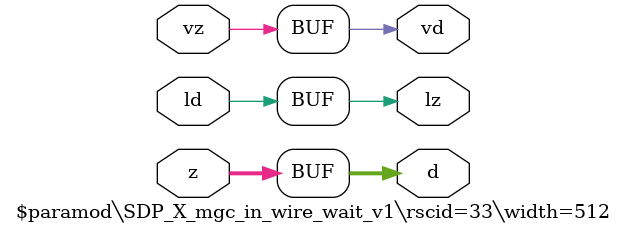
<source format=v>
module \$paramod\SDP_X_mgc_in_wire_wait_v1\rscid=33\width=512 (ld, vd, d, lz, vz, z);
  (* src = "./vmod/nvdla/sdp/NV_NVDLA_SDP_CORE_x.v:14" *)
  output [511:0] d;
  (* src = "./vmod/nvdla/sdp/NV_NVDLA_SDP_CORE_x.v:12" *)
  input ld;
  (* src = "./vmod/nvdla/sdp/NV_NVDLA_SDP_CORE_x.v:15" *)
  output lz;
  (* src = "./vmod/nvdla/sdp/NV_NVDLA_SDP_CORE_x.v:13" *)
  output vd;
  (* src = "./vmod/nvdla/sdp/NV_NVDLA_SDP_CORE_x.v:16" *)
  input vz;
  (* src = "./vmod/nvdla/sdp/NV_NVDLA_SDP_CORE_x.v:17" *)
  input [511:0] z;
  assign d = z;
  assign lz = ld;
  assign vd = vz;
endmodule

</source>
